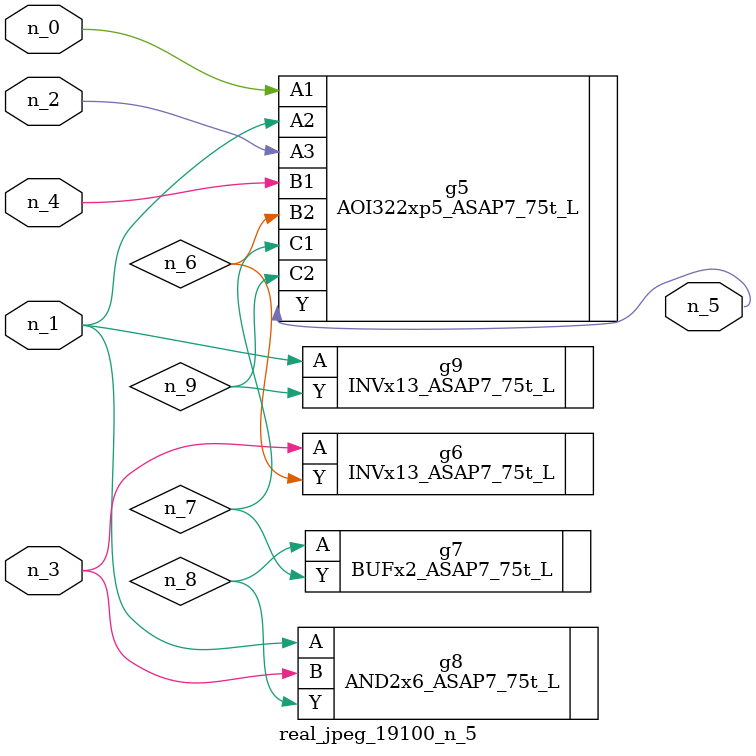
<source format=v>
module real_jpeg_19100_n_5 (n_4, n_0, n_1, n_2, n_3, n_5);

input n_4;
input n_0;
input n_1;
input n_2;
input n_3;

output n_5;

wire n_8;
wire n_6;
wire n_7;
wire n_9;

AOI322xp5_ASAP7_75t_L g5 ( 
.A1(n_0),
.A2(n_1),
.A3(n_2),
.B1(n_4),
.B2(n_6),
.C1(n_7),
.C2(n_9),
.Y(n_5)
);

AND2x6_ASAP7_75t_L g8 ( 
.A(n_1),
.B(n_3),
.Y(n_8)
);

INVx13_ASAP7_75t_L g9 ( 
.A(n_1),
.Y(n_9)
);

INVx13_ASAP7_75t_L g6 ( 
.A(n_3),
.Y(n_6)
);

BUFx2_ASAP7_75t_L g7 ( 
.A(n_8),
.Y(n_7)
);


endmodule
</source>
